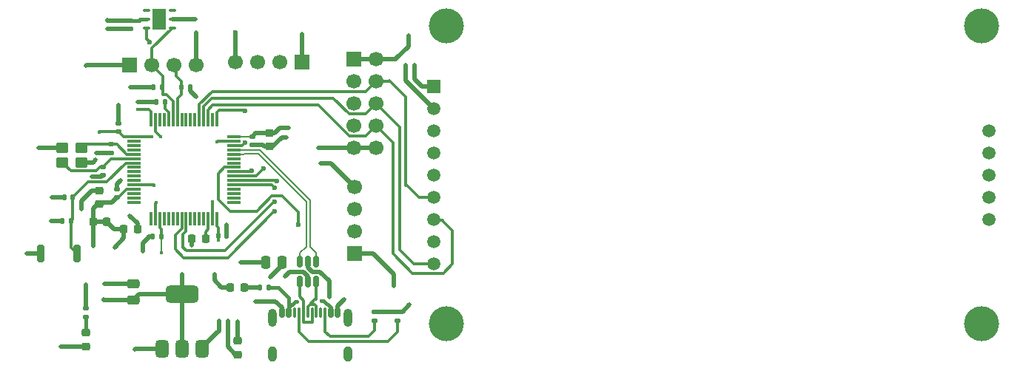
<source format=gbr>
%TF.GenerationSoftware,KiCad,Pcbnew,9.0.4*%
%TF.CreationDate,2025-11-14T09:22:59+05:30*%
%TF.ProjectId,stm32f446re,73746d33-3266-4343-9436-72652e6b6963,rev?*%
%TF.SameCoordinates,Original*%
%TF.FileFunction,Copper,L1,Top*%
%TF.FilePolarity,Positive*%
%FSLAX46Y46*%
G04 Gerber Fmt 4.6, Leading zero omitted, Abs format (unit mm)*
G04 Created by KiCad (PCBNEW 9.0.4) date 2025-11-14 09:23:00*
%MOMM*%
%LPD*%
G01*
G04 APERTURE LIST*
G04 Aperture macros list*
%AMRoundRect*
0 Rectangle with rounded corners*
0 $1 Rounding radius*
0 $2 $3 $4 $5 $6 $7 $8 $9 X,Y pos of 4 corners*
0 Add a 4 corners polygon primitive as box body*
4,1,4,$2,$3,$4,$5,$6,$7,$8,$9,$2,$3,0*
0 Add four circle primitives for the rounded corners*
1,1,$1+$1,$2,$3*
1,1,$1+$1,$4,$5*
1,1,$1+$1,$6,$7*
1,1,$1+$1,$8,$9*
0 Add four rect primitives between the rounded corners*
20,1,$1+$1,$2,$3,$4,$5,0*
20,1,$1+$1,$4,$5,$6,$7,0*
20,1,$1+$1,$6,$7,$8,$9,0*
20,1,$1+$1,$8,$9,$2,$3,0*%
G04 Aperture macros list end*
%TA.AperFunction,SMDPad,CuDef*%
%ADD10RoundRect,0.140000X0.140000X0.170000X-0.140000X0.170000X-0.140000X-0.170000X0.140000X-0.170000X0*%
%TD*%
%TA.AperFunction,SMDPad,CuDef*%
%ADD11RoundRect,0.135000X0.135000X0.185000X-0.135000X0.185000X-0.135000X-0.185000X0.135000X-0.185000X0*%
%TD*%
%TA.AperFunction,SMDPad,CuDef*%
%ADD12RoundRect,0.225000X-0.250000X0.225000X-0.250000X-0.225000X0.250000X-0.225000X0.250000X0.225000X0*%
%TD*%
%TA.AperFunction,SMDPad,CuDef*%
%ADD13RoundRect,0.250000X0.475000X-0.250000X0.475000X0.250000X-0.475000X0.250000X-0.475000X-0.250000X0*%
%TD*%
%TA.AperFunction,SMDPad,CuDef*%
%ADD14RoundRect,0.140000X-0.170000X0.140000X-0.170000X-0.140000X0.170000X-0.140000X0.170000X0.140000X0*%
%TD*%
%TA.AperFunction,ComponentPad*%
%ADD15R,1.700000X1.700000*%
%TD*%
%TA.AperFunction,ComponentPad*%
%ADD16C,1.700000*%
%TD*%
%TA.AperFunction,SMDPad,CuDef*%
%ADD17RoundRect,0.375000X0.375000X-0.625000X0.375000X0.625000X-0.375000X0.625000X-0.375000X-0.625000X0*%
%TD*%
%TA.AperFunction,SMDPad,CuDef*%
%ADD18RoundRect,0.500000X1.400000X-0.500000X1.400000X0.500000X-1.400000X0.500000X-1.400000X-0.500000X0*%
%TD*%
%TA.AperFunction,SMDPad,CuDef*%
%ADD19RoundRect,0.218750X0.218750X0.256250X-0.218750X0.256250X-0.218750X-0.256250X0.218750X-0.256250X0*%
%TD*%
%TA.AperFunction,SMDPad,CuDef*%
%ADD20RoundRect,0.140000X0.170000X-0.140000X0.170000X0.140000X-0.170000X0.140000X-0.170000X-0.140000X0*%
%TD*%
%TA.AperFunction,SMDPad,CuDef*%
%ADD21RoundRect,0.135000X-0.135000X-0.185000X0.135000X-0.185000X0.135000X0.185000X-0.135000X0.185000X0*%
%TD*%
%TA.AperFunction,SMDPad,CuDef*%
%ADD22RoundRect,0.225000X-0.225000X-0.250000X0.225000X-0.250000X0.225000X0.250000X-0.225000X0.250000X0*%
%TD*%
%TA.AperFunction,SMDPad,CuDef*%
%ADD23RoundRect,0.150000X-0.150000X-0.425000X0.150000X-0.425000X0.150000X0.425000X-0.150000X0.425000X0*%
%TD*%
%TA.AperFunction,SMDPad,CuDef*%
%ADD24RoundRect,0.075000X-0.075000X-0.500000X0.075000X-0.500000X0.075000X0.500000X-0.075000X0.500000X0*%
%TD*%
%TA.AperFunction,HeatsinkPad*%
%ADD25O,1.000000X2.100000*%
%TD*%
%TA.AperFunction,HeatsinkPad*%
%ADD26O,1.000000X1.800000*%
%TD*%
%TA.AperFunction,SMDPad,CuDef*%
%ADD27RoundRect,0.218750X0.256250X-0.218750X0.256250X0.218750X-0.256250X0.218750X-0.256250X-0.218750X0*%
%TD*%
%TA.AperFunction,SMDPad,CuDef*%
%ADD28RoundRect,0.135000X-0.185000X0.135000X-0.185000X-0.135000X0.185000X-0.135000X0.185000X0.135000X0*%
%TD*%
%TA.AperFunction,SMDPad,CuDef*%
%ADD29RoundRect,0.135000X0.185000X-0.135000X0.185000X0.135000X-0.185000X0.135000X-0.185000X-0.135000X0*%
%TD*%
%TA.AperFunction,SMDPad,CuDef*%
%ADD30RoundRect,0.100000X0.300000X0.100000X-0.300000X0.100000X-0.300000X-0.100000X0.300000X-0.100000X0*%
%TD*%
%TA.AperFunction,HeatsinkPad*%
%ADD31R,1.500000X2.400000*%
%TD*%
%TA.AperFunction,SMDPad,CuDef*%
%ADD32RoundRect,0.225000X0.250000X-0.225000X0.250000X0.225000X-0.250000X0.225000X-0.250000X-0.225000X0*%
%TD*%
%TA.AperFunction,ComponentPad*%
%ADD33C,4.000000*%
%TD*%
%TA.AperFunction,ComponentPad*%
%ADD34R,1.500000X1.500000*%
%TD*%
%TA.AperFunction,ComponentPad*%
%ADD35C,1.500000*%
%TD*%
%TA.AperFunction,SMDPad,CuDef*%
%ADD36RoundRect,0.218750X-0.218750X-0.256250X0.218750X-0.256250X0.218750X0.256250X-0.218750X0.256250X0*%
%TD*%
%TA.AperFunction,SMDPad,CuDef*%
%ADD37RoundRect,0.140000X-0.140000X-0.170000X0.140000X-0.170000X0.140000X0.170000X-0.140000X0.170000X0*%
%TD*%
%TA.AperFunction,SMDPad,CuDef*%
%ADD38RoundRect,0.150000X0.150000X-0.512500X0.150000X0.512500X-0.150000X0.512500X-0.150000X-0.512500X0*%
%TD*%
%TA.AperFunction,SMDPad,CuDef*%
%ADD39RoundRect,0.147500X-0.147500X-0.172500X0.147500X-0.172500X0.147500X0.172500X-0.147500X0.172500X0*%
%TD*%
%TA.AperFunction,SMDPad,CuDef*%
%ADD40RoundRect,0.200000X-0.200000X-0.800000X0.200000X-0.800000X0.200000X0.800000X-0.200000X0.800000X0*%
%TD*%
%TA.AperFunction,SMDPad,CuDef*%
%ADD41RoundRect,0.250000X0.250000X0.475000X-0.250000X0.475000X-0.250000X-0.475000X0.250000X-0.475000X0*%
%TD*%
%TA.AperFunction,SMDPad,CuDef*%
%ADD42RoundRect,0.075000X-0.700000X-0.075000X0.700000X-0.075000X0.700000X0.075000X-0.700000X0.075000X0*%
%TD*%
%TA.AperFunction,SMDPad,CuDef*%
%ADD43RoundRect,0.075000X-0.075000X-0.700000X0.075000X-0.700000X0.075000X0.700000X-0.075000X0.700000X0*%
%TD*%
%TA.AperFunction,SMDPad,CuDef*%
%ADD44RoundRect,0.250000X0.450000X0.350000X-0.450000X0.350000X-0.450000X-0.350000X0.450000X-0.350000X0*%
%TD*%
%TA.AperFunction,ViaPad*%
%ADD45C,0.400000*%
%TD*%
%TA.AperFunction,ViaPad*%
%ADD46C,0.600000*%
%TD*%
%TA.AperFunction,Conductor*%
%ADD47C,0.500000*%
%TD*%
%TA.AperFunction,Conductor*%
%ADD48C,0.300000*%
%TD*%
%TA.AperFunction,Conductor*%
%ADD49C,0.200000*%
%TD*%
%TA.AperFunction,Conductor*%
%ADD50C,0.400000*%
%TD*%
G04 APERTURE END LIST*
D10*
%TO.P,C2,1*%
%TO.N,+3.3V*%
X81580000Y-74100000D03*
%TO.P,C2,2*%
%TO.N,GND*%
X80620000Y-74100000D03*
%TD*%
D11*
%TO.P,R4,1*%
%TO.N,+3.3V*%
X84910000Y-57000000D03*
%TO.P,R4,2*%
%TO.N,/I2C1_SCL*%
X83890000Y-57000000D03*
%TD*%
D12*
%TO.P,C5,1*%
%TO.N,+3.3V*%
X94000000Y-62225000D03*
%TO.P,C5,2*%
%TO.N,GND*%
X94000000Y-63775000D03*
%TD*%
D13*
%TO.P,C10,1*%
%TO.N,+3.3V*%
X78400000Y-81350000D03*
%TO.P,C10,2*%
%TO.N,GND*%
X78400000Y-79450000D03*
%TD*%
D14*
%TO.P,C14,1*%
%TO.N,+3.3V*%
X78100000Y-49320000D03*
%TO.P,C14,2*%
%TO.N,GND*%
X78100000Y-50280000D03*
%TD*%
D15*
%TO.P,J3,1,Pin_1*%
%TO.N,+3.3V*%
X77990000Y-54400000D03*
D16*
%TO.P,J3,2,Pin_2*%
%TO.N,/I2C1_SDA*%
X80530000Y-54400000D03*
%TO.P,J3,3,Pin_3*%
%TO.N,/I2C1_SCL*%
X83070000Y-54400000D03*
%TO.P,J3,4,Pin_4*%
%TO.N,GND*%
X85610000Y-54400000D03*
%TD*%
D17*
%TO.P,U2,1,ADJ*%
%TO.N,GND*%
X81700000Y-86950000D03*
%TO.P,U2,2,VO*%
%TO.N,+3.3V*%
X84000000Y-86950000D03*
D18*
X84000000Y-80650000D03*
D17*
%TO.P,U2,3,VI*%
%TO.N,VBUS*%
X86300000Y-86950000D03*
%TD*%
D15*
%TO.P,J5,1,Pin_1*%
%TO.N,+3.3V*%
X103700000Y-75980000D03*
D16*
%TO.P,J5,2,Pin_2*%
%TO.N,/USART6_TX*%
X103700000Y-73440000D03*
%TO.P,J5,3,Pin_3*%
%TO.N,/USART6_RX*%
X103700000Y-70900000D03*
%TO.P,J5,4,Pin_4*%
%TO.N,GND*%
X103700000Y-68360000D03*
%TD*%
D19*
%TO.P,FB1,1*%
%TO.N,+3.3V*%
X75387500Y-72400000D03*
%TO.P,FB1,2*%
X73812500Y-72400000D03*
%TD*%
D20*
%TO.P,C6,1*%
%TO.N,+3.3V*%
X76500000Y-69580000D03*
%TO.P,C6,2*%
%TO.N,GND*%
X76500000Y-68620000D03*
%TD*%
D21*
%TO.P,R7,1*%
%TO.N,+3.3V*%
X70290000Y-72300000D03*
%TO.P,R7,2*%
%TO.N,/RESET*%
X71310000Y-72300000D03*
%TD*%
D22*
%TO.P,C9,1*%
%TO.N,+3.3V*%
X77325000Y-73200000D03*
%TO.P,C9,2*%
%TO.N,GND*%
X78875000Y-73200000D03*
%TD*%
D15*
%TO.P,J4,1,Pin_1*%
%TO.N,+3.3V*%
X103625000Y-53720000D03*
D16*
%TO.P,J4,2,Pin_2*%
X106165000Y-53720000D03*
%TO.P,J4,3,Pin_3*%
%TO.N,/SPI3_CS1*%
X103625000Y-56260000D03*
%TO.P,J4,4,Pin_4*%
%TO.N,/SPI3_MOSI*%
X106165000Y-56260000D03*
%TO.P,J4,5,Pin_5*%
%TO.N,unconnected-(J4-Pin_5-Pad5)*%
X103625000Y-58800000D03*
%TO.P,J4,6,Pin_6*%
%TO.N,/SPI3_MISO*%
X106165000Y-58800000D03*
%TO.P,J4,7,Pin_7*%
%TO.N,unconnected-(J4-Pin_7-Pad7)*%
X103625000Y-61340000D03*
%TO.P,J4,8,Pin_8*%
%TO.N,/SPI3_CLK*%
X106165000Y-61340000D03*
%TO.P,J4,9,Pin_9*%
%TO.N,GND*%
X103625000Y-63880000D03*
%TO.P,J4,10,Pin_10*%
X106165000Y-63880000D03*
%TD*%
D23*
%TO.P,J1,A1,GND*%
%TO.N,GND*%
X95400000Y-82810000D03*
%TO.P,J1,A4,VBUS*%
%TO.N,Net-(F1-Pad2)*%
X96200000Y-82810000D03*
D24*
%TO.P,J1,A5,CC1*%
%TO.N,Net-(J1-CC1)*%
X97350000Y-82810000D03*
%TO.P,J1,A6,D+*%
%TO.N,Net-(J1-D+-PadA6)*%
X98350000Y-82810000D03*
%TO.P,J1,A7,D-*%
%TO.N,Net-(J1-D--PadA7)*%
X98850000Y-82810000D03*
%TO.P,J1,A8,SBU1*%
%TO.N,unconnected-(J1-SBU1-PadA8)*%
X99850000Y-82810000D03*
D23*
%TO.P,J1,A9,VBUS*%
%TO.N,Net-(F1-Pad2)*%
X101000000Y-82810000D03*
%TO.P,J1,A12,GND*%
%TO.N,GND*%
X101800000Y-82810000D03*
%TO.P,J1,B1,GND*%
X101800000Y-82810000D03*
%TO.P,J1,B4,VBUS*%
%TO.N,Net-(F1-Pad2)*%
X101000000Y-82810000D03*
D24*
%TO.P,J1,B5,CC2*%
%TO.N,Net-(J1-CC2)*%
X100350000Y-82810000D03*
%TO.P,J1,B6,D+*%
%TO.N,Net-(J1-D+-PadA6)*%
X99350000Y-82810000D03*
%TO.P,J1,B7,D-*%
%TO.N,Net-(J1-D--PadA7)*%
X97850000Y-82810000D03*
%TO.P,J1,B8,SBU2*%
%TO.N,unconnected-(J1-SBU2-PadB8)*%
X96850000Y-82810000D03*
D23*
%TO.P,J1,B9,VBUS*%
%TO.N,Net-(F1-Pad2)*%
X96200000Y-82810000D03*
%TO.P,J1,B12,GND*%
%TO.N,GND*%
X95400000Y-82810000D03*
D25*
%TO.P,J1,S1,SHIELD*%
%TO.N,unconnected-(J1-SHIELD-PadS1)*%
X94280000Y-83385000D03*
D26*
%TO.N,unconnected-(J1-SHIELD-PadS1)_3*%
X94280000Y-87565000D03*
D25*
%TO.N,unconnected-(J1-SHIELD-PadS1)_1*%
X102920000Y-83385000D03*
D26*
%TO.N,unconnected-(J1-SHIELD-PadS1)_2*%
X102920000Y-87565000D03*
%TD*%
D27*
%TO.P,D1,1,K*%
%TO.N,GND*%
X73000000Y-86677500D03*
%TO.P,D1,2,A*%
%TO.N,Net-(D1-A)*%
X73000000Y-85102500D03*
%TD*%
D28*
%TO.P,R1,1*%
%TO.N,+3.3V*%
X73000000Y-82280000D03*
%TO.P,R1,2*%
%TO.N,Net-(D1-A)*%
X73000000Y-83300000D03*
%TD*%
D14*
%TO.P,C12,1*%
%TO.N,/HSE_IN*%
X75900000Y-63520000D03*
%TO.P,C12,2*%
%TO.N,GND*%
X75900000Y-64480000D03*
%TD*%
D29*
%TO.P,R3,1*%
%TO.N,Net-(J1-CC1)*%
X108600000Y-83710000D03*
%TO.P,R3,2*%
%TO.N,GND*%
X108600000Y-82690000D03*
%TD*%
D21*
%TO.P,R5,1*%
%TO.N,+3.3V*%
X80690000Y-57000000D03*
%TO.P,R5,2*%
%TO.N,/I2C1_SDA*%
X81710000Y-57000000D03*
%TD*%
D30*
%TO.P,U4,1,SDA*%
%TO.N,/I2C1_SDA*%
X82850000Y-50200000D03*
%TO.P,U4,2,GND*%
%TO.N,GND*%
X82850000Y-49200000D03*
%TO.P,U4,3,NC*%
%TO.N,unconnected-(U4-NC-Pad3)*%
X82850000Y-48200000D03*
%TO.P,U4,4,NC*%
%TO.N,unconnected-(U4-NC-Pad4)*%
X79950000Y-48200000D03*
%TO.P,U4,5,VDD*%
%TO.N,+3.3V*%
X79950000Y-49200000D03*
%TO.P,U4,6,SCL*%
%TO.N,/I2C1_SCL*%
X79950000Y-50200000D03*
D31*
%TO.P,U4,7,PAD*%
%TO.N,unconnected-(U4-PAD-Pad7)*%
X81400000Y-49200000D03*
%TD*%
D32*
%TO.P,C7,1*%
%TO.N,VBUS*%
X90300000Y-87575000D03*
%TO.P,C7,2*%
%TO.N,GND*%
X90300000Y-86025000D03*
%TD*%
D33*
%TO.P,U5,*%
%TO.N,*%
X114242500Y-49950000D03*
X114242500Y-84050000D03*
X175442500Y-49950000D03*
X175442500Y-84050000D03*
D34*
%TO.P,U5,1,VCC*%
%TO.N,+3.3V*%
X112742500Y-56840000D03*
D35*
%TO.P,U5,2,GND*%
%TO.N,GND*%
X112742500Y-59380000D03*
%TO.P,U5,3,~{CS}*%
%TO.N,/SPI3_CS2*%
X112742500Y-61920000D03*
%TO.P,U5,4,RESET*%
%TO.N,/LCD_RESET*%
X112742500Y-64460000D03*
%TO.P,U5,5,D/~{C}*%
%TO.N,/LCD_DC*%
X112742500Y-67000000D03*
%TO.P,U5,6,MOSI*%
%TO.N,/SPI3_MOSI*%
X112742500Y-69540000D03*
%TO.P,U5,7,SCK*%
%TO.N,/SPI3_CLK*%
X112742500Y-72080000D03*
%TO.P,U5,8,LED*%
%TO.N,/TIM1_CH1*%
X112742500Y-74620000D03*
%TO.P,U5,9,MISO*%
%TO.N,/SPI3_MISO*%
X112742500Y-77160000D03*
%TO.P,U5,10,SD_CS*%
%TO.N,unconnected-(U5-SD_CS-Pad10)*%
X176262500Y-61920000D03*
%TO.P,U5,11,SD_MOSI*%
%TO.N,unconnected-(U5-SD_MOSI-Pad11)*%
X176262500Y-64460000D03*
%TO.P,U5,12,SD_MISO*%
%TO.N,unconnected-(U5-SD_MISO-Pad12)*%
X176262500Y-67000000D03*
%TO.P,U5,13,SD_SCK*%
%TO.N,unconnected-(U5-SD_SCK-Pad13)*%
X176262500Y-69540000D03*
%TO.P,U5,14,FLASH_CD*%
%TO.N,unconnected-(U5-FLASH_CD-Pad14)*%
X176262500Y-72080000D03*
%TD*%
D36*
%TO.P,FB2,1*%
%TO.N,+5V*%
X89512500Y-79900000D03*
%TO.P,FB2,2*%
%TO.N,Net-(F1-Pad1)*%
X91087500Y-79900000D03*
%TD*%
D37*
%TO.P,C3,1*%
%TO.N,+3.3V*%
X88120000Y-74000000D03*
%TO.P,C3,2*%
%TO.N,GND*%
X89080000Y-74000000D03*
%TD*%
D29*
%TO.P,R2,1*%
%TO.N,Net-(J1-CC2)*%
X106000000Y-83710000D03*
%TO.P,R2,2*%
%TO.N,GND*%
X106000000Y-82690000D03*
%TD*%
D14*
%TO.P,C4,1*%
%TO.N,+3.3V*%
X92000000Y-62620000D03*
%TO.P,C4,2*%
%TO.N,GND*%
X92000000Y-63580000D03*
%TD*%
D32*
%TO.P,C8,1*%
%TO.N,+3.3V*%
X74500000Y-70375000D03*
%TO.P,C8,2*%
%TO.N,GND*%
X74500000Y-68825000D03*
%TD*%
D21*
%TO.P,R6,1*%
%TO.N,GND*%
X80990000Y-58700000D03*
%TO.P,R6,2*%
%TO.N,Net-(U1-BOOT0)*%
X82010000Y-58700000D03*
%TD*%
D38*
%TO.P,U3,1,I/O1*%
%TO.N,Net-(J1-D--PadA7)*%
X97450000Y-79237500D03*
%TO.P,U3,2,GND*%
%TO.N,GND*%
X98400000Y-79237500D03*
%TO.P,U3,3,I/O2*%
%TO.N,Net-(J1-D+-PadA6)*%
X99350000Y-79237500D03*
%TO.P,U3,4,I/O2*%
%TO.N,/USB_D+*%
X99350000Y-76962500D03*
%TO.P,U3,5,VBUS*%
%TO.N,+5V*%
X98400000Y-76962500D03*
%TO.P,U3,6,I/O1*%
%TO.N,/USB_D-*%
X97450000Y-76962500D03*
%TD*%
D15*
%TO.P,J2,1,Pin_1*%
%TO.N,+3.3V*%
X97720000Y-54100000D03*
D16*
%TO.P,J2,2,Pin_2*%
%TO.N,/SWDIO*%
X95180000Y-54100000D03*
%TO.P,J2,3,Pin_3*%
%TO.N,/SWCLK*%
X92640000Y-54100000D03*
%TO.P,J2,4,Pin_4*%
%TO.N,GND*%
X90100000Y-54100000D03*
%TD*%
D39*
%TO.P,F1,1*%
%TO.N,Net-(F1-Pad1)*%
X92915000Y-79900000D03*
%TO.P,F1,2*%
%TO.N,Net-(F1-Pad2)*%
X93885000Y-79900000D03*
%TD*%
D40*
%TO.P,SW1,1,1*%
%TO.N,GND*%
X67800000Y-76000000D03*
%TO.P,SW1,2,2*%
%TO.N,/RESET*%
X72000000Y-76000000D03*
%TD*%
D22*
%TO.P,C16,1*%
%TO.N,GND*%
X85125000Y-74300000D03*
%TO.P,C16,2*%
%TO.N,Net-(U1-VCAP_1)*%
X86675000Y-74300000D03*
%TD*%
D41*
%TO.P,C11,1*%
%TO.N,+5V*%
X95450000Y-77000000D03*
%TO.P,C11,2*%
%TO.N,GND*%
X93550000Y-77000000D03*
%TD*%
D42*
%TO.P,U1,1,VBAT*%
%TO.N,+3.3V*%
X78525000Y-62650000D03*
%TO.P,U1,2,PC13*%
%TO.N,unconnected-(U1-PC13-Pad2)*%
X78525000Y-63150000D03*
%TO.P,U1,3,PC14*%
%TO.N,unconnected-(U1-PC14-Pad3)*%
X78525000Y-63650000D03*
%TO.P,U1,4,PC15*%
%TO.N,unconnected-(U1-PC15-Pad4)*%
X78525000Y-64150000D03*
%TO.P,U1,5,PH0*%
%TO.N,/HSE_IN*%
X78525000Y-64650000D03*
%TO.P,U1,6,PH1*%
%TO.N,/HSE_OUT*%
X78525000Y-65150000D03*
%TO.P,U1,7,NRST*%
%TO.N,/RESET*%
X78525000Y-65650000D03*
%TO.P,U1,8,PC0*%
%TO.N,unconnected-(U1-PC0-Pad8)*%
X78525000Y-66150000D03*
%TO.P,U1,9,PC1*%
%TO.N,unconnected-(U1-PC1-Pad9)*%
X78525000Y-66650000D03*
%TO.P,U1,10,PC2*%
%TO.N,unconnected-(U1-PC2-Pad10)*%
X78525000Y-67150000D03*
%TO.P,U1,11,PC3*%
%TO.N,unconnected-(U1-PC3-Pad11)*%
X78525000Y-67650000D03*
%TO.P,U1,12,VSSA*%
%TO.N,GND*%
X78525000Y-68150000D03*
%TO.P,U1,13,VDDA*%
%TO.N,+3.3V*%
X78525000Y-68650000D03*
%TO.P,U1,14,PA0*%
%TO.N,unconnected-(U1-PA0-Pad14)*%
X78525000Y-69150000D03*
%TO.P,U1,15,PA1*%
%TO.N,unconnected-(U1-PA1-Pad15)*%
X78525000Y-69650000D03*
%TO.P,U1,16,PA2*%
%TO.N,unconnected-(U1-PA2-Pad16)*%
X78525000Y-70150000D03*
D43*
%TO.P,U1,17,PA3*%
%TO.N,unconnected-(U1-PA3-Pad17)*%
X80450000Y-72075000D03*
%TO.P,U1,18,VSS*%
%TO.N,GND*%
X80950000Y-72075000D03*
%TO.P,U1,19,VDD*%
%TO.N,+3.3V*%
X81450000Y-72075000D03*
%TO.P,U1,20,PA4*%
%TO.N,unconnected-(U1-PA4-Pad20)*%
X81950000Y-72075000D03*
%TO.P,U1,21,PA5*%
%TO.N,unconnected-(U1-PA5-Pad21)*%
X82450000Y-72075000D03*
%TO.P,U1,22,PA6*%
%TO.N,unconnected-(U1-PA6-Pad22)*%
X82950000Y-72075000D03*
%TO.P,U1,23,PA7*%
%TO.N,unconnected-(U1-PA7-Pad23)*%
X83450000Y-72075000D03*
%TO.P,U1,24,PC4*%
%TO.N,/LCD_DC*%
X83950000Y-72075000D03*
%TO.P,U1,25,PC5*%
%TO.N,/LCD_RESET*%
X84450000Y-72075000D03*
%TO.P,U1,26,PB0*%
%TO.N,unconnected-(U1-PB0-Pad26)*%
X84950000Y-72075000D03*
%TO.P,U1,27,PB1*%
%TO.N,unconnected-(U1-PB1-Pad27)*%
X85450000Y-72075000D03*
%TO.P,U1,28,PB2*%
%TO.N,unconnected-(U1-PB2-Pad28)*%
X85950000Y-72075000D03*
%TO.P,U1,29,PB10*%
%TO.N,unconnected-(U1-PB10-Pad29)*%
X86450000Y-72075000D03*
%TO.P,U1,30,VCAP_1*%
%TO.N,Net-(U1-VCAP_1)*%
X86950000Y-72075000D03*
%TO.P,U1,31,VSS*%
%TO.N,GND*%
X87450000Y-72075000D03*
%TO.P,U1,32,VDD*%
%TO.N,+3.3V*%
X87950000Y-72075000D03*
D42*
%TO.P,U1,33,PB12*%
%TO.N,unconnected-(U1-PB12-Pad33)*%
X89875000Y-70150000D03*
%TO.P,U1,34,PB13*%
%TO.N,unconnected-(U1-PB13-Pad34)*%
X89875000Y-69650000D03*
%TO.P,U1,35,PB14*%
%TO.N,unconnected-(U1-PB14-Pad35)*%
X89875000Y-69150000D03*
%TO.P,U1,36,PB15*%
%TO.N,unconnected-(U1-PB15-Pad36)*%
X89875000Y-68650000D03*
%TO.P,U1,37,PC6*%
%TO.N,/USART6_TX*%
X89875000Y-68150000D03*
%TO.P,U1,38,PC7*%
%TO.N,/USART6_RX*%
X89875000Y-67650000D03*
%TO.P,U1,39,PC8*%
%TO.N,/SPI3_CS1*%
X89875000Y-67150000D03*
%TO.P,U1,40,PC9*%
%TO.N,/SPI3_CS2*%
X89875000Y-66650000D03*
%TO.P,U1,41,PA8*%
%TO.N,/TIM1_CH1*%
X89875000Y-66150000D03*
%TO.P,U1,42,PA9*%
%TO.N,unconnected-(U1-PA9-Pad42)*%
X89875000Y-65650000D03*
%TO.P,U1,43,PA10*%
%TO.N,unconnected-(U1-PA10-Pad43)*%
X89875000Y-65150000D03*
%TO.P,U1,44,PA11*%
%TO.N,/USB_D-*%
X89875000Y-64650000D03*
%TO.P,U1,45,PA12*%
%TO.N,/USB_D+*%
X89875000Y-64150000D03*
%TO.P,U1,46,PA13*%
%TO.N,/SWDIO*%
X89875000Y-63650000D03*
%TO.P,U1,47,VSS*%
%TO.N,GND*%
X89875000Y-63150000D03*
%TO.P,U1,48,VDD*%
%TO.N,+3.3V*%
X89875000Y-62650000D03*
D43*
%TO.P,U1,49,PA14*%
%TO.N,/SWCLK*%
X87950000Y-60725000D03*
%TO.P,U1,50,PA15*%
%TO.N,unconnected-(U1-PA15-Pad50)*%
X87450000Y-60725000D03*
%TO.P,U1,51,PC10*%
%TO.N,/SPI3_CLK*%
X86950000Y-60725000D03*
%TO.P,U1,52,PC11*%
%TO.N,/SPI3_MISO*%
X86450000Y-60725000D03*
%TO.P,U1,53,PC12*%
%TO.N,/SPI3_MOSI*%
X85950000Y-60725000D03*
%TO.P,U1,54,PD2*%
%TO.N,unconnected-(U1-PD2-Pad54)*%
X85450000Y-60725000D03*
%TO.P,U1,55,PB3*%
%TO.N,unconnected-(U1-PB3-Pad55)*%
X84950000Y-60725000D03*
%TO.P,U1,56,PB4*%
%TO.N,unconnected-(U1-PB4-Pad56)*%
X84450000Y-60725000D03*
%TO.P,U1,57,PB5*%
%TO.N,unconnected-(U1-PB5-Pad57)*%
X83950000Y-60725000D03*
%TO.P,U1,58,PB6*%
%TO.N,/I2C1_SCL*%
X83450000Y-60725000D03*
%TO.P,U1,59,PB7*%
%TO.N,/I2C1_SDA*%
X82950000Y-60725000D03*
%TO.P,U1,60,BOOT0*%
%TO.N,Net-(U1-BOOT0)*%
X82450000Y-60725000D03*
%TO.P,U1,61,PB8*%
%TO.N,unconnected-(U1-PB8-Pad61)*%
X81950000Y-60725000D03*
%TO.P,U1,62,PB9*%
%TO.N,unconnected-(U1-PB9-Pad62)*%
X81450000Y-60725000D03*
%TO.P,U1,63,VSS*%
%TO.N,GND*%
X80950000Y-60725000D03*
%TO.P,U1,64,VDD*%
%TO.N,+3.3V*%
X80450000Y-60725000D03*
%TD*%
D20*
%TO.P,C1,1*%
%TO.N,+3.3V*%
X76700000Y-62080000D03*
%TO.P,C1,2*%
%TO.N,GND*%
X76700000Y-61120000D03*
%TD*%
D44*
%TO.P,Y1,1,1*%
%TO.N,/HSE_IN*%
X72500000Y-63900000D03*
%TO.P,Y1,2,2*%
%TO.N,GND*%
X70300000Y-63900000D03*
%TO.P,Y1,3,3*%
%TO.N,/HSE_OUT*%
X70300000Y-65600000D03*
%TO.P,Y1,4,4*%
%TO.N,GND*%
X72500000Y-65600000D03*
%TD*%
D14*
%TO.P,C13,1*%
%TO.N,/HSE_OUT*%
X74900000Y-66120000D03*
%TO.P,C13,2*%
%TO.N,GND*%
X74900000Y-67080000D03*
%TD*%
D37*
%TO.P,C15,1*%
%TO.N,GND*%
X70520000Y-69600000D03*
%TO.P,C15,2*%
%TO.N,/RESET*%
X71480000Y-69600000D03*
%TD*%
D45*
%TO.N,GND*%
X92400000Y-81500000D03*
X78900000Y-58700000D03*
X76700000Y-59000000D03*
X81500000Y-62600000D03*
X74100000Y-65300000D03*
X95800000Y-78600000D03*
X110000000Y-81900000D03*
X81000000Y-70200000D03*
X85600000Y-50700000D03*
X85500000Y-49200000D03*
X66200000Y-76000000D03*
X67600000Y-63900000D03*
X79500000Y-75800000D03*
X80800000Y-68200000D03*
X78600000Y-87000000D03*
X99600000Y-63900000D03*
X74200000Y-64500000D03*
X75100000Y-79500000D03*
X70100000Y-86700000D03*
X87500000Y-70100000D03*
X90700000Y-77000000D03*
X95900000Y-62700000D03*
X89100000Y-72700000D03*
X99800000Y-65700000D03*
X90300000Y-83800000D03*
X109600000Y-54400000D03*
X75400000Y-50300000D03*
X72500000Y-70900000D03*
X77000000Y-67600000D03*
D46*
X90100000Y-50700000D03*
D45*
X73700000Y-67200000D03*
X102500000Y-81300000D03*
X88000000Y-63200000D03*
X69100000Y-69600000D03*
X85120000Y-75090000D03*
X78000000Y-71700000D03*
%TO.N,+3.3V*%
X109900000Y-51000000D03*
X74500000Y-62100000D03*
X81600000Y-75900000D03*
X110600000Y-54400000D03*
X73000000Y-54500000D03*
X69000000Y-72300000D03*
X84000000Y-78400000D03*
X75400000Y-49300000D03*
X108200000Y-79700000D03*
X96200000Y-61600000D03*
X78100000Y-57000000D03*
X76300000Y-75300000D03*
X73000000Y-79600000D03*
X85600000Y-58100000D03*
X78900000Y-59500000D03*
X80500000Y-62600000D03*
X75000000Y-81300000D03*
X88120000Y-74500000D03*
X97700000Y-50900000D03*
X73800000Y-75200000D03*
%TO.N,VBUS*%
X89200000Y-83700000D03*
X88200000Y-83700000D03*
%TO.N,+5V*%
X94100000Y-78700000D03*
X87700000Y-78400000D03*
X100800000Y-81000000D03*
%TO.N,Net-(F1-Pad2)*%
X99900000Y-81400000D03*
X97100000Y-81500000D03*
D46*
%TO.N,/SWDIO*%
X91200000Y-63300000D03*
%TO.N,/SWCLK*%
X91200000Y-59650000D03*
%TO.N,/I2C1_SCL*%
X80300000Y-51800000D03*
%TO.N,/SPI3_CS1*%
X93300000Y-66300000D03*
%TO.N,/USART6_RX*%
X94800000Y-67700000D03*
%TO.N,/USART6_TX*%
X94600000Y-68500000D03*
%TO.N,/TIM1_CH1*%
X97300000Y-72700000D03*
%TO.N,/LCD_DC*%
X94600000Y-71200000D03*
%TO.N,/LCD_RESET*%
X94600000Y-70100000D03*
%TO.N,/SPI3_CS2*%
X91990380Y-66500000D03*
%TD*%
D47*
%TO.N,GND*%
X85610000Y-50710000D02*
X85600000Y-50700000D01*
D48*
X87450000Y-72075000D02*
X87450000Y-70150000D01*
D47*
X96276000Y-78124000D02*
X95800000Y-78600000D01*
X76500000Y-68620000D02*
X76500000Y-68100000D01*
X103625000Y-63880000D02*
X99620000Y-63880000D01*
X67800000Y-76000000D02*
X66200000Y-76000000D01*
X82850000Y-49200000D02*
X85500000Y-49200000D01*
X98400000Y-79237500D02*
X98400000Y-78670900D01*
X78100000Y-50280000D02*
X75420000Y-50280000D01*
X73725000Y-68825000D02*
X73700000Y-68800000D01*
D48*
X89875000Y-63150000D02*
X88050000Y-63150000D01*
D47*
X85610000Y-54400000D02*
X85610000Y-50710000D01*
X80990000Y-58700000D02*
X78900000Y-58700000D01*
X92000000Y-63580000D02*
X93180000Y-63580000D01*
X80200000Y-74100000D02*
X80100000Y-74200000D01*
X74220000Y-64480000D02*
X74200000Y-64500000D01*
X74500000Y-68825000D02*
X73725000Y-68825000D01*
X101040000Y-65700000D02*
X99800000Y-65700000D01*
X89080000Y-72720000D02*
X89100000Y-72700000D01*
X75150000Y-79450000D02*
X75100000Y-79500000D01*
X78875000Y-73200000D02*
X78875000Y-72575000D01*
X90300000Y-86025000D02*
X90300000Y-83800000D01*
X109600000Y-56237500D02*
X109600000Y-54400000D01*
X112742500Y-59380000D02*
X109600000Y-56237500D01*
X72500000Y-70000000D02*
X72500000Y-70900000D01*
X94000000Y-63775000D02*
X94325000Y-63775000D01*
X93375000Y-63775000D02*
X94000000Y-63775000D01*
X93805000Y-63580000D02*
X94000000Y-63775000D01*
X73800000Y-65600000D02*
X74100000Y-65300000D01*
X74900000Y-67080000D02*
X74780000Y-67200000D01*
X93550000Y-77000000D02*
X90700000Y-77000000D01*
X98400000Y-78670900D02*
X97853100Y-78124000D01*
X70520000Y-69600000D02*
X69100000Y-69600000D01*
X97853100Y-78124000D02*
X96276000Y-78124000D01*
X70300000Y-63900000D02*
X67600000Y-63900000D01*
X95400000Y-82235001D02*
X94664999Y-81500000D01*
X95400000Y-62700000D02*
X95900000Y-62700000D01*
X101800000Y-82810000D02*
X101800000Y-82000000D01*
D48*
X80750000Y-68150000D02*
X80800000Y-68200000D01*
D47*
X106165000Y-63880000D02*
X103625000Y-63880000D01*
X81700000Y-86950000D02*
X78650000Y-86950000D01*
X94325000Y-63775000D02*
X95400000Y-62700000D01*
X78400000Y-79450000D02*
X75150000Y-79450000D01*
D48*
X80950000Y-60725000D02*
X80950000Y-62050000D01*
D47*
X93180000Y-63580000D02*
X93375000Y-63775000D01*
X75900000Y-64480000D02*
X74220000Y-64480000D01*
X85125000Y-75085000D02*
X85120000Y-75090000D01*
X94664999Y-81500000D02*
X92400000Y-81500000D01*
X79500000Y-74800000D02*
X79500000Y-75800000D01*
X76700000Y-61120000D02*
X76700000Y-59000000D01*
D48*
X88050000Y-63150000D02*
X88000000Y-63200000D01*
D47*
X78875000Y-72575000D02*
X78000000Y-71700000D01*
X74780000Y-67200000D02*
X73700000Y-67200000D01*
X85125000Y-74300000D02*
X85125000Y-74324000D01*
X101800000Y-82000000D02*
X102500000Y-81300000D01*
X95400000Y-82810000D02*
X95400000Y-82235001D01*
X78650000Y-86950000D02*
X78600000Y-87000000D01*
X85125000Y-74300000D02*
X85125000Y-75085000D01*
X103700000Y-68360000D02*
X101040000Y-65700000D01*
X109210000Y-82690000D02*
X110000000Y-81900000D01*
X106000000Y-82690000D02*
X109210000Y-82690000D01*
X70122500Y-86677500D02*
X70100000Y-86700000D01*
D48*
X78525000Y-68150000D02*
X80750000Y-68150000D01*
D47*
X99620000Y-63880000D02*
X99600000Y-63900000D01*
X75420000Y-50280000D02*
X75400000Y-50300000D01*
D48*
X80950000Y-72075000D02*
X80950000Y-70250000D01*
X80950000Y-62050000D02*
X81500000Y-62600000D01*
D47*
X73000000Y-86677500D02*
X70122500Y-86677500D01*
D48*
X80950000Y-70250000D02*
X81000000Y-70200000D01*
D47*
X80100000Y-74200000D02*
X79500000Y-74800000D01*
X76500000Y-68100000D02*
X77000000Y-67600000D01*
X90100000Y-54100000D02*
X90100000Y-50700000D01*
X72500000Y-65600000D02*
X73800000Y-65600000D01*
X80620000Y-74100000D02*
X80200000Y-74100000D01*
D48*
X87450000Y-70150000D02*
X87500000Y-70100000D01*
D47*
X73700000Y-68800000D02*
X72500000Y-70000000D01*
X89080000Y-74000000D02*
X89080000Y-72720000D01*
%TO.N,+3.3V*%
X79100000Y-80650000D02*
X78400000Y-81350000D01*
X108200000Y-78400000D02*
X108200000Y-79700000D01*
X94000000Y-62225000D02*
X92395000Y-62225000D01*
X92395000Y-62225000D02*
X92000000Y-62620000D01*
X105900000Y-76100000D02*
X108200000Y-78400000D01*
D48*
X74520000Y-62080000D02*
X74500000Y-62100000D01*
D47*
X78400000Y-81350000D02*
X75050000Y-81350000D01*
D49*
X91970000Y-62650000D02*
X92000000Y-62620000D01*
D47*
X77325000Y-73200000D02*
X76187500Y-73200000D01*
X73812500Y-72400000D02*
X73812500Y-70862500D01*
D48*
X80450000Y-60725000D02*
X80450000Y-59750000D01*
X87950000Y-72850000D02*
X88120000Y-73020000D01*
D47*
X74500000Y-70175000D02*
X75905000Y-70175000D01*
D48*
X78525000Y-62650000D02*
X77270000Y-62650000D01*
D47*
X106165000Y-53720000D02*
X108480000Y-53720000D01*
X84000000Y-80650000D02*
X79100000Y-80650000D01*
D48*
X81450000Y-73050000D02*
X81600000Y-73200000D01*
D50*
X79950000Y-49200000D02*
X79200000Y-49200000D01*
D47*
X97720000Y-54100000D02*
X97720000Y-50920000D01*
X84910000Y-57410000D02*
X85600000Y-58100000D01*
X110600000Y-56000000D02*
X110600000Y-54400000D01*
D48*
X76715466Y-69580000D02*
X77645466Y-68650000D01*
D47*
X77325000Y-73200000D02*
X77325000Y-74275000D01*
X94575000Y-62225000D02*
X95200000Y-61600000D01*
D48*
X77270000Y-62650000D02*
X76700000Y-62080000D01*
X77645466Y-68650000D02*
X78525000Y-68650000D01*
X81580000Y-73220000D02*
X81580000Y-74100000D01*
D47*
X103700000Y-75980000D02*
X105780000Y-75980000D01*
X73100000Y-54400000D02*
X73000000Y-54500000D01*
D49*
X81580000Y-75880000D02*
X81600000Y-75900000D01*
D47*
X77990000Y-54400000D02*
X73100000Y-54400000D01*
X84910000Y-57000000D02*
X84910000Y-57410000D01*
X77325000Y-74275000D02*
X76300000Y-75300000D01*
X108500000Y-53700000D02*
X109900000Y-52300000D01*
X108480000Y-53720000D02*
X108500000Y-53700000D01*
D49*
X89875000Y-62650000D02*
X91970000Y-62650000D01*
D47*
X94000000Y-62225000D02*
X94575000Y-62225000D01*
X80690000Y-57000000D02*
X78100000Y-57000000D01*
X111440000Y-56840000D02*
X110600000Y-56000000D01*
D49*
X81580000Y-74100000D02*
X81450000Y-73970000D01*
D48*
X88120000Y-74000000D02*
X88120000Y-74500000D01*
D47*
X109900000Y-52300000D02*
X109900000Y-51000000D01*
X75050000Y-81350000D02*
X75000000Y-81300000D01*
X70290000Y-72300000D02*
X69000000Y-72300000D01*
X75420000Y-49320000D02*
X75400000Y-49300000D01*
X105780000Y-75980000D02*
X105900000Y-76100000D01*
X73812500Y-75187500D02*
X73800000Y-75200000D01*
D48*
X76700000Y-62080000D02*
X74520000Y-62080000D01*
D49*
X89905000Y-62620000D02*
X89875000Y-62650000D01*
D47*
X76187500Y-73200000D02*
X75387500Y-72400000D01*
X75905000Y-70175000D02*
X76500000Y-69580000D01*
X84000000Y-80650000D02*
X84000000Y-78400000D01*
D48*
X80450000Y-59750000D02*
X80200000Y-59500000D01*
X87950000Y-72075000D02*
X87950000Y-72850000D01*
X80450000Y-62650000D02*
X80500000Y-62600000D01*
D49*
X81580000Y-74100000D02*
X81580000Y-75880000D01*
D47*
X73812500Y-70862500D02*
X74500000Y-70175000D01*
D48*
X78525000Y-62650000D02*
X80450000Y-62650000D01*
D47*
X112742500Y-56840000D02*
X111440000Y-56840000D01*
X73812500Y-72400000D02*
X73812500Y-75187500D01*
X73000000Y-82280000D02*
X73000000Y-79600000D01*
X103625000Y-53720000D02*
X106165000Y-53720000D01*
D48*
X88120000Y-73020000D02*
X88120000Y-74000000D01*
D50*
X79200000Y-49200000D02*
X79080000Y-49320000D01*
D48*
X81600000Y-73200000D02*
X81580000Y-73220000D01*
D47*
X75387500Y-72400000D02*
X73812500Y-72400000D01*
X84000000Y-86950000D02*
X84000000Y-80650000D01*
X78100000Y-49320000D02*
X75420000Y-49320000D01*
X95200000Y-61600000D02*
X96200000Y-61600000D01*
X97720000Y-50920000D02*
X97700000Y-50900000D01*
D48*
X80200000Y-59500000D02*
X78900000Y-59500000D01*
D50*
X79080000Y-49320000D02*
X78100000Y-49320000D01*
D48*
X76500000Y-69580000D02*
X76715466Y-69580000D01*
X81450000Y-72075000D02*
X81450000Y-73050000D01*
D47*
%TO.N,VBUS*%
X86300000Y-86950000D02*
X86300000Y-86800000D01*
X90300000Y-87575000D02*
X90075000Y-87575000D01*
X90075000Y-87575000D02*
X89200000Y-86700000D01*
X88000000Y-85100000D02*
X88200000Y-84900000D01*
X86300000Y-86800000D02*
X88000000Y-85100000D01*
X86300000Y-86950000D02*
X86300000Y-86400000D01*
X89200000Y-86700000D02*
X89200000Y-83700000D01*
X88200000Y-84900000D02*
X88200000Y-83700000D01*
%TO.N,+5V*%
X98400000Y-76962500D02*
X98400000Y-77624999D01*
X88500000Y-79900000D02*
X88400000Y-79800000D01*
X99753100Y-78124000D02*
X100800000Y-79170900D01*
X95450000Y-77000000D02*
X95450000Y-77350000D01*
X88400000Y-79800000D02*
X87700000Y-79100000D01*
X89512500Y-79900000D02*
X88500000Y-79900000D01*
X98400000Y-77624999D02*
X98899001Y-78124000D01*
X87700000Y-79100000D02*
X87700000Y-78400000D01*
X100800000Y-79170900D02*
X100800000Y-81000000D01*
X98899001Y-78124000D02*
X99753100Y-78124000D01*
X95450000Y-77350000D02*
X94100000Y-78700000D01*
D48*
%TO.N,/HSE_IN*%
X76515466Y-63520000D02*
X75900000Y-63520000D01*
X72500000Y-63900000D02*
X72880000Y-63520000D01*
X72880000Y-63520000D02*
X75900000Y-63520000D01*
X78525000Y-64650000D02*
X77645466Y-64650000D01*
X77645466Y-64650000D02*
X76515466Y-63520000D01*
%TO.N,/HSE_OUT*%
X70300000Y-65600000D02*
X71251000Y-66551000D01*
X74159001Y-66551000D02*
X74590001Y-66120000D01*
X71251000Y-66551000D02*
X74159001Y-66551000D01*
X75870000Y-65150000D02*
X78525000Y-65150000D01*
X74590001Y-66120000D02*
X74900000Y-66120000D01*
X74900000Y-66120000D02*
X75870000Y-65150000D01*
%TO.N,/RESET*%
X78525000Y-65650000D02*
X77550000Y-65650000D01*
X71480000Y-72130000D02*
X71310000Y-72300000D01*
X75376000Y-67824000D02*
X73256000Y-67824000D01*
X71480000Y-69600000D02*
X71480000Y-72130000D01*
X77550000Y-65650000D02*
X75376000Y-67824000D01*
X73256000Y-67824000D02*
X71480000Y-69600000D01*
X71310000Y-72300000D02*
X71310000Y-75310000D01*
X71310000Y-75310000D02*
X72000000Y-76000000D01*
%TO.N,Net-(U1-VCAP_1)*%
X86675000Y-73525000D02*
X86675000Y-74300000D01*
X86950000Y-73250000D02*
X86675000Y-73525000D01*
X86950000Y-72075000D02*
X86950000Y-73250000D01*
D50*
%TO.N,Net-(D1-A)*%
X73000000Y-83300000D02*
X73000000Y-85102500D01*
D47*
%TO.N,Net-(F1-Pad1)*%
X92915000Y-79900000D02*
X91087500Y-79900000D01*
D50*
%TO.N,Net-(F1-Pad2)*%
X97100000Y-81500000D02*
X96909756Y-81500000D01*
X95000000Y-79900000D02*
X96200000Y-81100000D01*
X96909756Y-81500000D02*
X96200000Y-82209756D01*
X93885000Y-79900000D02*
X95000000Y-79900000D01*
X96200000Y-81100000D02*
X96200000Y-82810000D01*
X96200000Y-82209756D02*
X96200000Y-82810000D01*
X100190244Y-81400000D02*
X99900000Y-81400000D01*
X101000000Y-82209756D02*
X100190244Y-81400000D01*
X101000000Y-82810000D02*
X101000000Y-82209756D01*
D48*
%TO.N,Net-(J1-CC1)*%
X107500000Y-86100000D02*
X108600000Y-85000000D01*
X98500000Y-86100000D02*
X107500000Y-86100000D01*
X97350000Y-82810000D02*
X97350000Y-84950000D01*
X108600000Y-85000000D02*
X108600000Y-83710000D01*
X97350000Y-84950000D02*
X98500000Y-86100000D01*
%TO.N,Net-(J1-D--PadA7)*%
X98800000Y-83900000D02*
X98850000Y-83850000D01*
X97900000Y-83900000D02*
X98800000Y-83900000D01*
X97850000Y-83850000D02*
X97900000Y-83900000D01*
X97850000Y-82810000D02*
X97850000Y-83850000D01*
X97900000Y-81400000D02*
X97850000Y-81450000D01*
X98850000Y-83850000D02*
X98850000Y-82810000D01*
X97450000Y-79237500D02*
X97450000Y-80950000D01*
X97450000Y-80950000D02*
X97900000Y-81400000D01*
X97850000Y-81450000D02*
X97850000Y-82810000D01*
%TO.N,Net-(J1-CC2)*%
X106000000Y-83710000D02*
X106000000Y-84800000D01*
X100350000Y-84950000D02*
X100900000Y-85500000D01*
X100900000Y-85500000D02*
X105300000Y-85500000D01*
X100350000Y-82810000D02*
X100350000Y-84950000D01*
X105300000Y-85500000D02*
X106000000Y-84800000D01*
%TO.N,Net-(J1-D+-PadA6)*%
X98596466Y-81884000D02*
X98540233Y-81940233D01*
X99184000Y-81884000D02*
X98596466Y-81884000D01*
X99300000Y-81300000D02*
X99350000Y-81250000D01*
X98350000Y-82810000D02*
X98350000Y-82130466D01*
X99350000Y-82050000D02*
X99184000Y-81884000D01*
X99350000Y-81250000D02*
X99350000Y-79237500D01*
X99180466Y-81300000D02*
X99300000Y-81300000D01*
X98350000Y-82130466D02*
X98540233Y-81940233D01*
X98540233Y-81940233D02*
X99180466Y-81300000D01*
X99350000Y-82810000D02*
X99350000Y-82050000D01*
%TO.N,/SWDIO*%
X89875000Y-63650000D02*
X90850000Y-63650000D01*
X90850000Y-63650000D02*
X91200000Y-63300000D01*
%TO.N,/SWCLK*%
X87950000Y-60725000D02*
X87950000Y-59850000D01*
X88200000Y-59600000D02*
X91150000Y-59600000D01*
X91150000Y-59600000D02*
X91200000Y-59650000D01*
X87950000Y-59850000D02*
X88200000Y-59600000D01*
%TO.N,/I2C1_SCL*%
X83300000Y-54630000D02*
X83070000Y-54400000D01*
X79950000Y-51450000D02*
X80000000Y-51500000D01*
X83900000Y-57800000D02*
X83900000Y-56300000D01*
X83300000Y-55700000D02*
X83300000Y-54630000D01*
X80000000Y-51500000D02*
X80300000Y-51800000D01*
X79950000Y-50200000D02*
X79950000Y-51450000D01*
X83450000Y-58250000D02*
X83900000Y-57800000D01*
X83900000Y-56300000D02*
X83300000Y-55700000D01*
X83450000Y-60725000D02*
X83450000Y-58250000D01*
%TO.N,/I2C1_SDA*%
X81800000Y-57800000D02*
X81800000Y-55670000D01*
X82950000Y-60725000D02*
X82950000Y-58550000D01*
X81800000Y-55670000D02*
X80530000Y-54400000D01*
X80530000Y-52520000D02*
X80530000Y-54400000D01*
X82200000Y-57800000D02*
X81800000Y-57800000D01*
X82850000Y-50200000D02*
X80530000Y-52520000D01*
X82950000Y-58550000D02*
X82200000Y-57800000D01*
%TO.N,/SPI3_CLK*%
X104964000Y-62541000D02*
X106165000Y-61340000D01*
X110361000Y-78261000D02*
X113839000Y-78261000D01*
X106165000Y-61340000D02*
X108100000Y-63275000D01*
X87500000Y-59000000D02*
X99586529Y-59000000D01*
X108100000Y-63275000D02*
X108100000Y-76000000D01*
X99586529Y-59000000D02*
X103127529Y-62541000D01*
X103127529Y-62541000D02*
X104964000Y-62541000D01*
X113800000Y-72200000D02*
X112862500Y-72200000D01*
X113800000Y-72300000D02*
X113800000Y-72200000D01*
X114900000Y-73400000D02*
X113800000Y-72300000D01*
X112862500Y-72200000D02*
X112742500Y-72080000D01*
X108100000Y-76000000D02*
X110361000Y-78261000D01*
X86950000Y-59550000D02*
X87500000Y-59000000D01*
X86950000Y-60725000D02*
X86950000Y-59550000D01*
X114900000Y-77200000D02*
X114900000Y-73400000D01*
X113839000Y-78261000D02*
X114900000Y-77200000D01*
%TO.N,/SPI3_CS1*%
X92450000Y-67150000D02*
X93300000Y-66300000D01*
X89875000Y-67150000D02*
X92450000Y-67150000D01*
%TO.N,/SPI3_MISO*%
X108900000Y-75600000D02*
X110500000Y-77200000D01*
X103101000Y-60001000D02*
X101300000Y-58200000D01*
X86450000Y-59158520D02*
X86450000Y-60725000D01*
X108900000Y-61535000D02*
X108900000Y-75600000D01*
X101300000Y-58200000D02*
X87408520Y-58200000D01*
X110500000Y-77200000D02*
X110540000Y-77160000D01*
X106165000Y-58800000D02*
X108900000Y-61535000D01*
X110540000Y-77160000D02*
X112742500Y-77160000D01*
X87408520Y-58200000D02*
X86450000Y-59158520D01*
X106165000Y-58800000D02*
X104964000Y-60001000D01*
X104964000Y-60001000D02*
X103101000Y-60001000D01*
%TO.N,/SPI3_MOSI*%
X111100000Y-69600000D02*
X111160000Y-69540000D01*
X107700000Y-56200000D02*
X109600000Y-58100000D01*
X109700000Y-68200000D02*
X111100000Y-69600000D01*
X85950000Y-60725000D02*
X85950000Y-58950000D01*
X107640000Y-56260000D02*
X107700000Y-56200000D01*
X104964000Y-57461000D02*
X106165000Y-56260000D01*
X85950000Y-58950000D02*
X87439000Y-57461000D01*
X109600000Y-68200000D02*
X109700000Y-68200000D01*
X87439000Y-57461000D02*
X104964000Y-57461000D01*
X109600000Y-58100000D02*
X109600000Y-68200000D01*
X111160000Y-69540000D02*
X112742500Y-69540000D01*
X106165000Y-56260000D02*
X107640000Y-56260000D01*
%TO.N,/USART6_RX*%
X94750000Y-67650000D02*
X94800000Y-67700000D01*
X89875000Y-67650000D02*
X94750000Y-67650000D01*
%TO.N,/USART6_TX*%
X94250000Y-68150000D02*
X94600000Y-68500000D01*
X89875000Y-68150000D02*
X94250000Y-68150000D01*
%TO.N,Net-(U1-BOOT0)*%
X82010000Y-58700000D02*
X82010000Y-59405466D01*
X82450000Y-60725000D02*
X82450000Y-59845466D01*
X82010000Y-59405466D02*
X82450000Y-59845466D01*
%TO.N,/TIM1_CH1*%
X88850000Y-66150000D02*
X89875000Y-66150000D01*
X97300000Y-72700000D02*
X97300000Y-71300000D01*
X94251000Y-69449000D02*
X92500000Y-71200000D01*
X97300000Y-71300000D02*
X95449000Y-69449000D01*
X88100000Y-69800000D02*
X88100000Y-66900000D01*
X92500000Y-71200000D02*
X89500000Y-71200000D01*
X88100000Y-66900000D02*
X88850000Y-66150000D01*
X89500000Y-71200000D02*
X88100000Y-69800000D01*
X95449000Y-69449000D02*
X94251000Y-69449000D01*
%TO.N,/LCD_DC*%
X83300000Y-73800000D02*
X83200000Y-73900000D01*
X84200000Y-76500000D02*
X84500000Y-76500000D01*
X83200000Y-75500000D02*
X84200000Y-76500000D01*
X94500000Y-71200000D02*
X94600000Y-71200000D01*
X83950000Y-72075000D02*
X83950000Y-73150000D01*
X89200000Y-76500000D02*
X94500000Y-71200000D01*
X83200000Y-73900000D02*
X83200000Y-75500000D01*
X83950000Y-73150000D02*
X83300000Y-73800000D01*
X84500000Y-76500000D02*
X89200000Y-76500000D01*
D49*
%TO.N,/USB_D+*%
X91037501Y-64150000D02*
X89875000Y-64150000D01*
X91062501Y-64175000D02*
X91037501Y-64150000D01*
X92893198Y-64175000D02*
X91062501Y-64175000D01*
X99350000Y-75968749D02*
X98625000Y-75243749D01*
X98625000Y-75243749D02*
X98625000Y-69906802D01*
X98625000Y-69906802D02*
X92893198Y-64175000D01*
X99350000Y-76962500D02*
X99350000Y-75968749D01*
D48*
%TO.N,/LCD_RESET*%
X88900000Y-75700000D02*
X85500000Y-75700000D01*
X85500000Y-75700000D02*
X84500000Y-75700000D01*
X94600000Y-70100000D02*
X94500000Y-70100000D01*
X84100000Y-73800000D02*
X84450000Y-73450000D01*
X84500000Y-75700000D02*
X84100000Y-75300000D01*
X94500000Y-70100000D02*
X88900000Y-75700000D01*
X84450000Y-73450000D02*
X84450000Y-72075000D01*
X84100000Y-75300000D02*
X84100000Y-73800000D01*
%TO.N,/SPI3_CS2*%
X89875000Y-66650000D02*
X91840380Y-66650000D01*
X91840380Y-66650000D02*
X91990380Y-66500000D01*
D49*
%TO.N,/USB_D-*%
X97450000Y-76962500D02*
X97450000Y-75968749D01*
X97450000Y-75968749D02*
X98175000Y-75243749D01*
X92706802Y-64625000D02*
X91062501Y-64625000D01*
X91062501Y-64625000D02*
X91037501Y-64650000D01*
X91037501Y-64650000D02*
X89875000Y-64650000D01*
X98175000Y-70093198D02*
X92706802Y-64625000D01*
X98175000Y-75243749D02*
X98175000Y-70093198D01*
%TD*%
M02*

</source>
